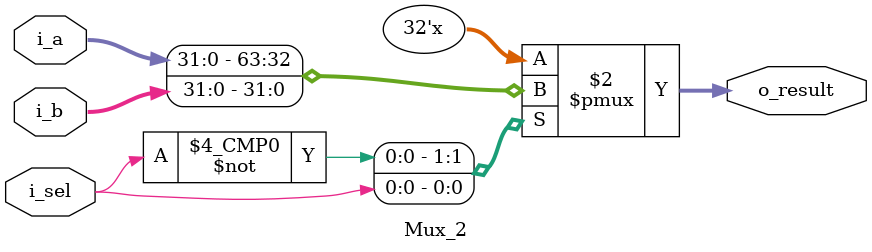
<source format=v>
`timescale 1ns / 1ps

module Mux_2 #(
    parameter   NBITS = 32
)(
    input wire               i_sel,
    input wire  [NBITS-1:0]  i_a,
    input wire  [NBITS-1:0]  i_b,
    output reg  [NBITS-1:0]  o_result
);

always @(*) begin
    case (i_sel)
        1'b0: o_result <= i_a;
        1'b1: o_result <= i_b;
        default: o_result <= 32'b0;
    endcase
end

endmodule
</source>
